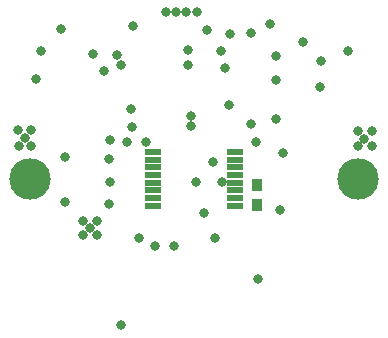
<source format=gbs>
G04*
G04 #@! TF.GenerationSoftware,Altium Limited,Altium Designer,20.0.13 (296)*
G04*
G04 Layer_Color=16711935*
%FSLAX44Y44*%
%MOMM*%
G71*
G01*
G75*
%ADD54R,0.9652X1.0922*%
%ADD71C,3.5032*%
%ADD72C,0.8032*%
G04:AMPARAMS|DCode=81|XSize=1.4032mm|YSize=0.5532mm|CornerRadius=0.1891mm|HoleSize=0mm|Usage=FLASHONLY|Rotation=180.000|XOffset=0mm|YOffset=0mm|HoleType=Round|Shape=RoundedRectangle|*
%AMROUNDEDRECTD81*
21,1,1.4032,0.1750,0,0,180.0*
21,1,1.0250,0.5532,0,0,180.0*
1,1,0.3782,-0.5125,0.0875*
1,1,0.3782,0.5125,0.0875*
1,1,0.3782,0.5125,-0.0875*
1,1,0.3782,-0.5125,-0.0875*
%
%ADD81ROUNDEDRECTD81*%
D54*
X1117600Y513080D02*
D03*
Y495554D02*
D03*
D71*
X1203260Y518160D02*
D03*
X925260D02*
D03*
D72*
X1208278Y552196D02*
D03*
X1214628Y546100D02*
D03*
Y558292D02*
D03*
X1202690Y546100D02*
D03*
Y558292D02*
D03*
X920750Y552704D02*
D03*
X926338Y545846D02*
D03*
Y559054D02*
D03*
X915924Y545846D02*
D03*
X915416Y559308D02*
D03*
X1059180Y627126D02*
D03*
X1058888Y614858D02*
D03*
X1061212Y571246D02*
D03*
Y563118D02*
D03*
X1090676Y611632D02*
D03*
X1086634Y626132D02*
D03*
X1011682Y561848D02*
D03*
X1023620Y549279D02*
D03*
X1007812D02*
D03*
X1002030Y394208D02*
D03*
X993140Y551180D02*
D03*
X930656Y602234D02*
D03*
X951484Y644652D02*
D03*
X1012444Y647192D02*
D03*
X1194816Y626110D02*
D03*
X1112393Y564562D02*
D03*
X1116838Y549402D02*
D03*
X1136904Y491744D02*
D03*
X1087882Y515620D02*
D03*
X1082294Y467868D02*
D03*
X1118362Y433578D02*
D03*
X988314Y609346D02*
D03*
X978408Y623570D02*
D03*
X1112798Y641707D02*
D03*
X1010666Y577342D02*
D03*
X1128668Y648970D02*
D03*
X1171956Y618236D02*
D03*
X1133602Y568960D02*
D03*
X1031542Y461090D02*
D03*
X1047115D02*
D03*
X1017778Y468376D02*
D03*
X981710Y482346D02*
D03*
X970534D02*
D03*
X975868Y476758D02*
D03*
X970534Y470662D02*
D03*
X981710D02*
D03*
X1156462Y633730D02*
D03*
X1094654Y640397D02*
D03*
X1074812Y644398D02*
D03*
X1065530Y515620D02*
D03*
X1080516Y532130D02*
D03*
X1093724Y580771D02*
D03*
X1170940Y595520D02*
D03*
X1072506Y488844D02*
D03*
X934212Y626618D02*
D03*
X1002030Y614172D02*
D03*
X999252Y622628D02*
D03*
X1057402Y659130D02*
D03*
X1066546D02*
D03*
X1040638D02*
D03*
X1049020D02*
D03*
X1133602Y601727D02*
D03*
Y622173D02*
D03*
X954786Y498094D02*
D03*
X955040Y536702D02*
D03*
X992378Y496570D02*
D03*
X993140Y515112D02*
D03*
X992494Y534785D02*
D03*
X1139190Y539750D02*
D03*
D81*
X1099260Y495410D02*
D03*
X1029260D02*
D03*
X1099260Y540910D02*
D03*
Y534410D02*
D03*
Y527910D02*
D03*
Y521410D02*
D03*
Y514910D02*
D03*
Y508410D02*
D03*
Y501910D02*
D03*
X1029260D02*
D03*
Y508410D02*
D03*
Y514910D02*
D03*
Y521410D02*
D03*
Y527910D02*
D03*
Y534410D02*
D03*
Y540910D02*
D03*
M02*

</source>
